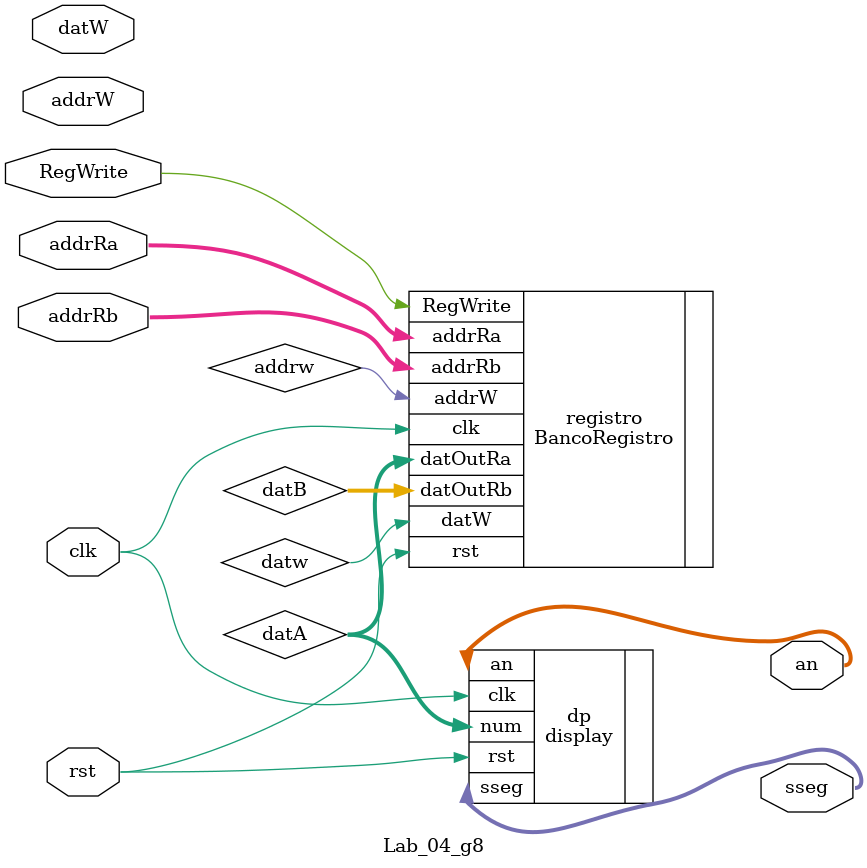
<source format=v>

module Lab_04_g8 (addrRa, addrRb, addrW, datW, RegWrite, clk, rst, sseg, an);

input [3:0] addrRa;
input [3:0] addrRb;
input [3:0] addrW;
input [3:0] datW;
input RegWrite;
input clk;
input rst;
output [0:6] sseg;
output [3:0] an;

wire [3:0] datA;
wire [3:0] datB;

BancoRegistro #(3,4) 
registro (.addrRa(addrRa), .addrRb(addrRb), .addrW(addrw), .datW(datw), .RegWrite(RegWrite),
.clk(clk), .rst(rst), .datOutRa(datA), .datOutRb(datB));
	
display dp(.num(datA), .clk(clk), .rst(rst), .sseg(sseg), .an(an));

endmodule
</source>
